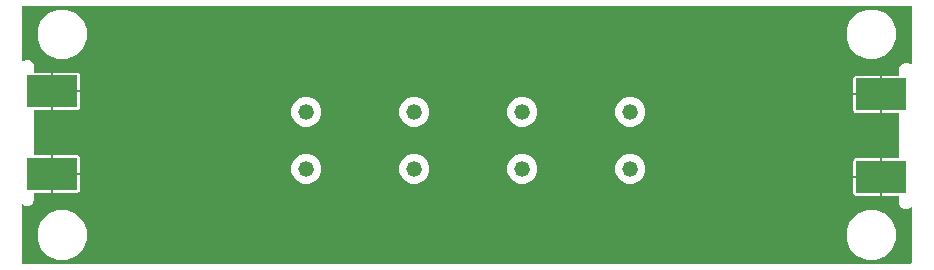
<source format=gbr>
G04 EAGLE Gerber RS-274X export*
G75*
%MOMM*%
%FSLAX34Y34*%
%LPD*%
%INBottom Copper*%
%IPPOS*%
%AMOC8*
5,1,8,0,0,1.08239X$1,22.5*%
G01*
%ADD10C,1.320800*%
%ADD11R,4.191000X2.667000*%

G36*
X758669Y6012D02*
X758669Y6012D01*
X758720Y6014D01*
X758752Y6032D01*
X758788Y6040D01*
X758827Y6073D01*
X758872Y6097D01*
X758893Y6127D01*
X758921Y6150D01*
X758942Y6197D01*
X758972Y6239D01*
X758980Y6281D01*
X758992Y6309D01*
X758991Y6339D01*
X758999Y6381D01*
X758999Y53635D01*
X758993Y53660D01*
X758996Y53686D01*
X758974Y53744D01*
X758960Y53804D01*
X758943Y53824D01*
X758934Y53848D01*
X758889Y53890D01*
X758850Y53937D01*
X758826Y53948D01*
X758807Y53965D01*
X758748Y53983D01*
X758691Y54008D01*
X758666Y54007D01*
X758641Y54015D01*
X758580Y54004D01*
X758518Y54002D01*
X758496Y53989D01*
X758470Y53985D01*
X758399Y53937D01*
X758366Y53919D01*
X758360Y53911D01*
X758350Y53904D01*
X757779Y53333D01*
X755574Y52419D01*
X753186Y52419D01*
X750981Y53333D01*
X749293Y55021D01*
X748379Y57226D01*
X748379Y63098D01*
X748368Y63148D01*
X748366Y63199D01*
X748348Y63231D01*
X748340Y63267D01*
X748307Y63306D01*
X748283Y63351D01*
X748253Y63372D01*
X748230Y63400D01*
X748183Y63421D01*
X748141Y63451D01*
X748099Y63459D01*
X748071Y63471D01*
X748041Y63470D01*
X747999Y63478D01*
X733987Y63478D01*
X733987Y78973D01*
X733976Y79023D01*
X733974Y79074D01*
X733956Y79106D01*
X733948Y79142D01*
X733915Y79181D01*
X733891Y79226D01*
X733861Y79247D01*
X733837Y79275D01*
X733791Y79296D01*
X733749Y79326D01*
X733707Y79334D01*
X733679Y79346D01*
X733649Y79345D01*
X733607Y79353D01*
X733225Y79353D01*
X733225Y79355D01*
X733607Y79355D01*
X733657Y79366D01*
X733708Y79368D01*
X733740Y79386D01*
X733776Y79394D01*
X733815Y79427D01*
X733860Y79451D01*
X733881Y79481D01*
X733909Y79505D01*
X733930Y79551D01*
X733960Y79593D01*
X733968Y79635D01*
X733980Y79663D01*
X733979Y79693D01*
X733979Y79695D01*
X733980Y79697D01*
X733980Y79699D01*
X733987Y79735D01*
X733987Y95230D01*
X747999Y95230D01*
X748049Y95241D01*
X748100Y95243D01*
X748132Y95261D01*
X748168Y95269D01*
X748207Y95302D01*
X748252Y95326D01*
X748273Y95356D01*
X748301Y95379D01*
X748322Y95426D01*
X748352Y95468D01*
X748360Y95510D01*
X748372Y95538D01*
X748371Y95568D01*
X748379Y95610D01*
X748379Y132990D01*
X748368Y133040D01*
X748366Y133091D01*
X748348Y133123D01*
X748340Y133159D01*
X748307Y133198D01*
X748283Y133243D01*
X748253Y133264D01*
X748230Y133292D01*
X748183Y133313D01*
X748141Y133343D01*
X748099Y133351D01*
X748071Y133363D01*
X748041Y133362D01*
X747999Y133370D01*
X733987Y133370D01*
X733987Y148865D01*
X733976Y148915D01*
X733974Y148966D01*
X733956Y148998D01*
X733948Y149034D01*
X733915Y149073D01*
X733891Y149118D01*
X733861Y149139D01*
X733837Y149167D01*
X733791Y149188D01*
X733749Y149218D01*
X733707Y149226D01*
X733679Y149238D01*
X733649Y149237D01*
X733607Y149245D01*
X733225Y149245D01*
X733225Y149247D01*
X733607Y149247D01*
X733657Y149258D01*
X733708Y149260D01*
X733740Y149278D01*
X733776Y149286D01*
X733815Y149319D01*
X733860Y149343D01*
X733881Y149373D01*
X733909Y149397D01*
X733930Y149443D01*
X733960Y149485D01*
X733968Y149527D01*
X733980Y149555D01*
X733979Y149585D01*
X733987Y149627D01*
X733987Y165122D01*
X747999Y165122D01*
X748049Y165133D01*
X748100Y165135D01*
X748132Y165153D01*
X748168Y165161D01*
X748207Y165194D01*
X748252Y165218D01*
X748273Y165248D01*
X748301Y165271D01*
X748322Y165318D01*
X748352Y165360D01*
X748360Y165402D01*
X748372Y165430D01*
X748371Y165460D01*
X748379Y165502D01*
X748379Y171374D01*
X749293Y173579D01*
X750981Y175267D01*
X753186Y176181D01*
X755574Y176181D01*
X757779Y175267D01*
X758350Y174696D01*
X758372Y174683D01*
X758388Y174663D01*
X758445Y174637D01*
X758497Y174605D01*
X758523Y174602D01*
X758547Y174592D01*
X758608Y174594D01*
X758670Y174588D01*
X758694Y174597D01*
X758720Y174598D01*
X758774Y174628D01*
X758832Y174650D01*
X758849Y174669D01*
X758872Y174681D01*
X758907Y174732D01*
X758949Y174777D01*
X758957Y174802D01*
X758972Y174823D01*
X758988Y174907D01*
X758999Y174943D01*
X758997Y174953D01*
X758999Y174965D01*
X758999Y223619D01*
X758988Y223669D01*
X758986Y223720D01*
X758968Y223752D01*
X758960Y223788D01*
X758927Y223827D01*
X758903Y223872D01*
X758873Y223893D01*
X758850Y223921D01*
X758803Y223942D01*
X758761Y223972D01*
X758719Y223980D01*
X758691Y223992D01*
X758661Y223991D01*
X758619Y223999D01*
X6381Y223999D01*
X6331Y223988D01*
X6280Y223986D01*
X6248Y223968D01*
X6212Y223960D01*
X6173Y223927D01*
X6128Y223903D01*
X6107Y223873D01*
X6079Y223850D01*
X6058Y223803D01*
X6028Y223761D01*
X6020Y223719D01*
X6008Y223691D01*
X6009Y223661D01*
X6001Y223619D01*
X6001Y177965D01*
X6007Y177940D01*
X6004Y177914D01*
X6026Y177856D01*
X6040Y177796D01*
X6057Y177776D01*
X6066Y177752D01*
X6111Y177710D01*
X6150Y177663D01*
X6174Y177652D01*
X6193Y177635D01*
X6252Y177617D01*
X6309Y177592D01*
X6334Y177593D01*
X6359Y177585D01*
X6420Y177596D01*
X6482Y177598D01*
X6504Y177611D01*
X6530Y177615D01*
X6601Y177663D01*
X6634Y177681D01*
X6640Y177689D01*
X6650Y177696D01*
X6761Y177807D01*
X8966Y178721D01*
X11354Y178721D01*
X13559Y177807D01*
X15247Y176119D01*
X16161Y173914D01*
X16161Y168042D01*
X16172Y167992D01*
X16174Y167941D01*
X16192Y167909D01*
X16200Y167873D01*
X16233Y167834D01*
X16257Y167789D01*
X16287Y167768D01*
X16310Y167740D01*
X16357Y167719D01*
X16399Y167689D01*
X16441Y167681D01*
X16469Y167669D01*
X16499Y167670D01*
X16541Y167662D01*
X30553Y167662D01*
X30553Y152167D01*
X30564Y152117D01*
X30566Y152066D01*
X30584Y152034D01*
X30592Y151998D01*
X30625Y151959D01*
X30649Y151914D01*
X30679Y151893D01*
X30702Y151865D01*
X30749Y151844D01*
X30791Y151814D01*
X30833Y151806D01*
X30861Y151794D01*
X30891Y151795D01*
X30933Y151787D01*
X31315Y151787D01*
X31315Y151785D01*
X30933Y151785D01*
X30883Y151774D01*
X30832Y151772D01*
X30800Y151754D01*
X30764Y151746D01*
X30725Y151713D01*
X30680Y151689D01*
X30659Y151659D01*
X30631Y151635D01*
X30610Y151589D01*
X30580Y151547D01*
X30572Y151505D01*
X30560Y151477D01*
X30561Y151447D01*
X30553Y151405D01*
X30553Y135910D01*
X16541Y135910D01*
X16491Y135899D01*
X16440Y135897D01*
X16408Y135879D01*
X16372Y135871D01*
X16333Y135838D01*
X16288Y135814D01*
X16267Y135784D01*
X16239Y135761D01*
X16218Y135714D01*
X16188Y135672D01*
X16180Y135630D01*
X16168Y135602D01*
X16169Y135572D01*
X16161Y135530D01*
X16161Y98150D01*
X16172Y98100D01*
X16174Y98049D01*
X16192Y98017D01*
X16200Y97981D01*
X16233Y97942D01*
X16257Y97897D01*
X16287Y97876D01*
X16310Y97848D01*
X16357Y97827D01*
X16399Y97797D01*
X16441Y97789D01*
X16469Y97777D01*
X16499Y97778D01*
X16541Y97770D01*
X30553Y97770D01*
X30553Y82275D01*
X30564Y82225D01*
X30566Y82174D01*
X30584Y82142D01*
X30592Y82106D01*
X30625Y82067D01*
X30649Y82022D01*
X30679Y82001D01*
X30702Y81973D01*
X30749Y81952D01*
X30791Y81922D01*
X30833Y81914D01*
X30861Y81902D01*
X30891Y81903D01*
X30933Y81895D01*
X31315Y81895D01*
X31315Y81893D01*
X30933Y81893D01*
X30883Y81882D01*
X30832Y81880D01*
X30800Y81862D01*
X30764Y81854D01*
X30725Y81821D01*
X30680Y81797D01*
X30659Y81767D01*
X30631Y81743D01*
X30610Y81697D01*
X30580Y81655D01*
X30572Y81613D01*
X30560Y81585D01*
X30561Y81555D01*
X30553Y81513D01*
X30553Y66018D01*
X16541Y66018D01*
X16491Y66007D01*
X16440Y66005D01*
X16408Y65987D01*
X16372Y65979D01*
X16333Y65946D01*
X16288Y65922D01*
X16267Y65892D01*
X16239Y65869D01*
X16218Y65822D01*
X16188Y65780D01*
X16180Y65738D01*
X16168Y65710D01*
X16169Y65680D01*
X16161Y65638D01*
X16161Y59766D01*
X15247Y57561D01*
X13559Y55873D01*
X11354Y54959D01*
X8966Y54959D01*
X6761Y55873D01*
X6650Y55984D01*
X6628Y55997D01*
X6612Y56017D01*
X6555Y56043D01*
X6503Y56075D01*
X6477Y56078D01*
X6453Y56088D01*
X6392Y56086D01*
X6330Y56092D01*
X6306Y56083D01*
X6280Y56082D01*
X6226Y56052D01*
X6168Y56030D01*
X6151Y56011D01*
X6128Y55999D01*
X6093Y55949D01*
X6051Y55903D01*
X6043Y55878D01*
X6028Y55857D01*
X6012Y55773D01*
X6001Y55737D01*
X6003Y55727D01*
X6001Y55715D01*
X6001Y6381D01*
X6012Y6331D01*
X6014Y6280D01*
X6032Y6248D01*
X6040Y6212D01*
X6073Y6173D01*
X6097Y6128D01*
X6127Y6107D01*
X6150Y6079D01*
X6197Y6058D01*
X6239Y6028D01*
X6281Y6020D01*
X6309Y6008D01*
X6339Y6009D01*
X6381Y6001D01*
X758619Y6001D01*
X758669Y6012D01*
G37*
%LPC*%
G36*
X720823Y178999D02*
X720823Y178999D01*
X713104Y182196D01*
X707196Y188104D01*
X703999Y195823D01*
X703999Y204177D01*
X707196Y211896D01*
X713104Y217804D01*
X720823Y221001D01*
X729177Y221001D01*
X736896Y217804D01*
X742804Y211896D01*
X746001Y204177D01*
X746001Y195823D01*
X742804Y188104D01*
X736896Y182196D01*
X729177Y178999D01*
X720823Y178999D01*
G37*
%LPD*%
%LPC*%
G36*
X35823Y178999D02*
X35823Y178999D01*
X28104Y182196D01*
X22196Y188104D01*
X18999Y195823D01*
X18999Y204177D01*
X22196Y211896D01*
X28104Y217804D01*
X35823Y221001D01*
X44177Y221001D01*
X51896Y217804D01*
X57804Y211896D01*
X61001Y204177D01*
X61001Y195823D01*
X57804Y188104D01*
X51896Y182196D01*
X44177Y178999D01*
X35823Y178999D01*
G37*
%LPD*%
%LPC*%
G36*
X720823Y8999D02*
X720823Y8999D01*
X713104Y12196D01*
X707196Y18104D01*
X703999Y25823D01*
X703999Y34177D01*
X707196Y41896D01*
X713104Y47804D01*
X720823Y51001D01*
X729177Y51001D01*
X736896Y47804D01*
X742804Y41896D01*
X746001Y34177D01*
X746001Y25823D01*
X742804Y18104D01*
X736896Y12196D01*
X729177Y8999D01*
X720823Y8999D01*
G37*
%LPD*%
%LPC*%
G36*
X35823Y8999D02*
X35823Y8999D01*
X28104Y12196D01*
X22196Y18104D01*
X18999Y25823D01*
X18999Y34177D01*
X22196Y41896D01*
X28104Y47804D01*
X35823Y51001D01*
X44177Y51001D01*
X51896Y47804D01*
X57804Y41896D01*
X61001Y34177D01*
X61001Y25823D01*
X57804Y18104D01*
X51896Y12196D01*
X44177Y8999D01*
X35823Y8999D01*
G37*
%LPD*%
%LPC*%
G36*
X518193Y122015D02*
X518193Y122015D01*
X513560Y123934D01*
X510014Y127480D01*
X508095Y132113D01*
X508095Y137127D01*
X510014Y141760D01*
X513560Y145306D01*
X518193Y147225D01*
X523207Y147225D01*
X527840Y145306D01*
X531386Y141760D01*
X533305Y137127D01*
X533305Y132113D01*
X531386Y127480D01*
X527840Y123934D01*
X523207Y122015D01*
X518193Y122015D01*
G37*
%LPD*%
%LPC*%
G36*
X426753Y122015D02*
X426753Y122015D01*
X422120Y123934D01*
X418574Y127480D01*
X416655Y132113D01*
X416655Y137127D01*
X418574Y141760D01*
X422120Y145306D01*
X426753Y147225D01*
X431767Y147225D01*
X436400Y145306D01*
X439946Y141760D01*
X441865Y137127D01*
X441865Y132113D01*
X439946Y127480D01*
X436400Y123934D01*
X431767Y122015D01*
X426753Y122015D01*
G37*
%LPD*%
%LPC*%
G36*
X335313Y122015D02*
X335313Y122015D01*
X330680Y123934D01*
X327134Y127480D01*
X325215Y132113D01*
X325215Y137127D01*
X327134Y141760D01*
X330680Y145306D01*
X335313Y147225D01*
X340327Y147225D01*
X344960Y145306D01*
X348506Y141760D01*
X350425Y137127D01*
X350425Y132113D01*
X348506Y127480D01*
X344960Y123934D01*
X340327Y122015D01*
X335313Y122015D01*
G37*
%LPD*%
%LPC*%
G36*
X243873Y122015D02*
X243873Y122015D01*
X239240Y123934D01*
X235694Y127480D01*
X233775Y132113D01*
X233775Y137127D01*
X235694Y141760D01*
X239240Y145306D01*
X243873Y147225D01*
X248887Y147225D01*
X253520Y145306D01*
X257066Y141760D01*
X258985Y137127D01*
X258985Y132113D01*
X257066Y127480D01*
X253520Y123934D01*
X248887Y122015D01*
X243873Y122015D01*
G37*
%LPD*%
%LPC*%
G36*
X518193Y73755D02*
X518193Y73755D01*
X513560Y75674D01*
X510014Y79220D01*
X508095Y83853D01*
X508095Y88867D01*
X510014Y93500D01*
X513560Y97046D01*
X518193Y98965D01*
X523207Y98965D01*
X527840Y97046D01*
X531386Y93500D01*
X533305Y88867D01*
X533305Y83853D01*
X531386Y79220D01*
X527840Y75674D01*
X523207Y73755D01*
X518193Y73755D01*
G37*
%LPD*%
%LPC*%
G36*
X426753Y73755D02*
X426753Y73755D01*
X422120Y75674D01*
X418574Y79220D01*
X416655Y83853D01*
X416655Y88867D01*
X418574Y93500D01*
X422120Y97046D01*
X426753Y98965D01*
X431767Y98965D01*
X436400Y97046D01*
X439946Y93500D01*
X441865Y88867D01*
X441865Y83853D01*
X439946Y79220D01*
X436400Y75674D01*
X431767Y73755D01*
X426753Y73755D01*
G37*
%LPD*%
%LPC*%
G36*
X335313Y73755D02*
X335313Y73755D01*
X330680Y75674D01*
X327134Y79220D01*
X325215Y83853D01*
X325215Y88867D01*
X327134Y93500D01*
X330680Y97046D01*
X335313Y98965D01*
X340327Y98965D01*
X344960Y97046D01*
X348506Y93500D01*
X350425Y88867D01*
X350425Y83853D01*
X348506Y79220D01*
X344960Y75674D01*
X340327Y73755D01*
X335313Y73755D01*
G37*
%LPD*%
%LPC*%
G36*
X243873Y73755D02*
X243873Y73755D01*
X239240Y75674D01*
X235694Y79220D01*
X233775Y83853D01*
X233775Y88867D01*
X235694Y93500D01*
X239240Y97046D01*
X243873Y98965D01*
X248887Y98965D01*
X253520Y97046D01*
X257066Y93500D01*
X258985Y88867D01*
X258985Y83853D01*
X257066Y79220D01*
X253520Y75674D01*
X248887Y73755D01*
X243873Y73755D01*
G37*
%LPD*%
%LPC*%
G36*
X32075Y152547D02*
X32075Y152547D01*
X32075Y167662D01*
X52604Y167662D01*
X53250Y167489D01*
X53829Y167154D01*
X54302Y166681D01*
X54637Y166102D01*
X54810Y165456D01*
X54810Y152547D01*
X32075Y152547D01*
G37*
%LPD*%
%LPC*%
G36*
X32075Y82655D02*
X32075Y82655D01*
X32075Y97770D01*
X52604Y97770D01*
X53250Y97597D01*
X53829Y97262D01*
X54302Y96789D01*
X54637Y96210D01*
X54810Y95564D01*
X54810Y82655D01*
X32075Y82655D01*
G37*
%LPD*%
%LPC*%
G36*
X709730Y150007D02*
X709730Y150007D01*
X709730Y162916D01*
X709903Y163562D01*
X710238Y164141D01*
X710711Y164614D01*
X711290Y164949D01*
X711936Y165122D01*
X732465Y165122D01*
X732465Y150007D01*
X709730Y150007D01*
G37*
%LPD*%
%LPC*%
G36*
X709730Y80115D02*
X709730Y80115D01*
X709730Y93024D01*
X709903Y93670D01*
X710238Y94249D01*
X710711Y94722D01*
X711290Y95057D01*
X711936Y95230D01*
X732465Y95230D01*
X732465Y80115D01*
X709730Y80115D01*
G37*
%LPD*%
%LPC*%
G36*
X32075Y135910D02*
X32075Y135910D01*
X32075Y151025D01*
X54810Y151025D01*
X54810Y138116D01*
X54637Y137470D01*
X54302Y136891D01*
X53829Y136418D01*
X53250Y136083D01*
X52604Y135910D01*
X32075Y135910D01*
G37*
%LPD*%
%LPC*%
G36*
X32075Y66018D02*
X32075Y66018D01*
X32075Y81133D01*
X54810Y81133D01*
X54810Y68224D01*
X54637Y67578D01*
X54302Y66999D01*
X53829Y66526D01*
X53250Y66191D01*
X52604Y66018D01*
X32075Y66018D01*
G37*
%LPD*%
%LPC*%
G36*
X711936Y133370D02*
X711936Y133370D01*
X711290Y133543D01*
X710711Y133878D01*
X710238Y134351D01*
X709903Y134930D01*
X709730Y135576D01*
X709730Y148485D01*
X732465Y148485D01*
X732465Y133370D01*
X711936Y133370D01*
G37*
%LPD*%
%LPC*%
G36*
X711936Y63478D02*
X711936Y63478D01*
X711290Y63651D01*
X710711Y63986D01*
X710238Y64459D01*
X709903Y65038D01*
X709730Y65684D01*
X709730Y78593D01*
X732465Y78593D01*
X732465Y63478D01*
X711936Y63478D01*
G37*
%LPD*%
D10*
X246380Y134620D03*
X246380Y86360D03*
X337820Y86360D03*
X337820Y134620D03*
X429260Y134620D03*
X429260Y86360D03*
X520700Y86360D03*
X520700Y134620D03*
D11*
X31314Y81894D03*
X31314Y151786D03*
X733226Y149246D03*
X733226Y79354D03*
M02*

</source>
